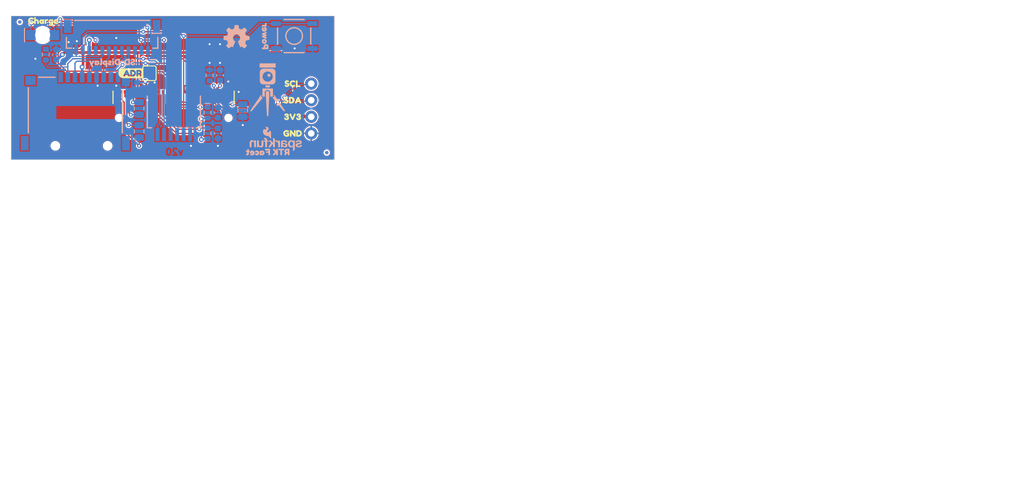
<source format=kicad_pcb>
(kicad_pcb (version 20240108) (generator "pcbnew") (generator_version "8.0")
  (layers (0 "F.Cu" signal) (31 "B.Cu" signal) (34 "B.Paste" user) (35 "F.Paste" user) (36 "B.SilkS" user "B.Silkscreen") (37 "F.SilkS" user "F.Silkscreen") (38 "B.Mask" user) (39 "F.Mask" user) (44 "Edge.Cuts" user))
  (net 0 "")
  (net 1 "GND")
  (net 3 "3.3V")
  (net 5 "VUSB")
  (net 6 "RESET")
  (net 7 "CHARGE_LED")
  (net 8 "POWER_BTN")
  (net 9 "SD_SCK")
  (net 10 "SD_COPI")
  (net 11 "SD_~{CS}")
  (net 12 "SD_CIPO")
  (net 13 "D{slash}C")
  (net 14 "Net-(D1-A)")
  (net 17 "Net-(U1-VCC)")
  (net 18 "Net-(U1-C1P)")
  (net 19 "Net-(U1-C1N)")
  (net 20 "Net-(U1-C2P)")
  (net 21 "Net-(U1-C2N)")
  (net 22 "Net-(U1-VCOMH)")
  (net 23 "Net-(U1-IREF)")
  (net 24 "SDA")
  (net 25 "SCL")
  (net 26 "SD_~{DET}")
  (footprint "kibuzzard-66E8FA52" (layer "F.Cu") (at 128.5126 94.9527)
    (property "Reference" "kibuzzard-66E8FA52" (hide yes))
    (property "Value" "G***" (hide yes))
  )
  (footprint "kibuzzard-66E8FB47" (layer "F.Cu") (at 141.9225 102.87)
    (property "Reference" "kibuzzard-66E8FB47" (hide yes))
    (property "Value" "G***" (hide yes))
  )
  (footprint "kibuzzard-66E8FA75" (layer "F.Cu") (at 166.6875 106.9975)
    (property "Reference" "kibuzzard-66E8FA75" (hide yes))
    (property "Value" "G***" (hide yes))
  )
  (footprint "SparkFun-Aesthetic:Creative_Commons_License" (layer "F.Cu") (at 231.775 163.195)
    (property "Reference" "G2" (hide yes))
    (property "Value" "OSHW_Logo" (hide yes))
  )
  (footprint "kibuzzard-66E8FA7A" (layer "F.Cu") (at 166.6875 104.4575)
    (property "Reference" "kibuzzard-66E8FA7A" (hide yes))
    (property "Value" "G***" (hide yes))
  )
  (footprint "SparkFun-Jumper:Jumper_2_NO" (layer "F.Cu") (at 144.78 102.87 90)
    (property "Reference" "JP3")
    (property "Value" "~")
    (pad "1" smd rect (at -0.4064 0 90) (size 0.635 1.27) (layers "F.Cu" "F.Mask") (net 1 "GND"))
    (pad "2" smd rect (at 0.4064 0 90) (size 0.635 1.27) (layers "F.Cu" "F.Mask") (net 13 "D{slash}C"))
  )
  (footprint "SparkFun-Display:OLED_0.66-SMD" (layer "F.Cu") (at 148.5011 106.3036)
    (property "Reference" "U1")
    (property "Value" "OLED_0.66\"")
    (pad "" np_thru_hole circle (at -8.375 3.4) (size 0.8 0.8) (drill 0.8) (layers "*.Cu" "*.Mask"))
    (pad "" np_thru_hole circle (at 8.375 3.4) (size 0.8 0.8) (drill 0.8) (layers "*.Cu" "*.Mask"))
    (pad "1" smd rect (at -8.775 -0.6) (size 0.35 0.5) (layers "F.Cu" "F.Paste" "F.Mask") (net 1 "GND"))
    (pad "2" smd rect (at -8.125 -0.6) (size 0.35 0.5) (layers "F.Cu" "F.Paste" "F.Mask") (net 20 "Net-(U1-C2P)"))
    (pad "3" smd rect (at -7.475 -0.6) (size 0.35 0.5) (layers "F.Cu" "F.Paste" "F.Mask") (net 21 "Net-(U1-C2N)"))
    (pad "4" smd rect (at -6.825 -0.6) (size 0.35 0.5) (layers "F.Cu" "F.Paste" "F.Mask") (net 18 "Net-(U1-C1P)"))
    (pad "5" smd rect (at -6.175 -0.6) (size 0.35 0.5) (layers "F.Cu" "F.Paste" "F.Mask") (net 19 "Net-(U1-C1N)"))
    (pad "6" smd rect (at -5.525 -0.6) (size 0.35 0.5) (layers "F.Cu" "F.Paste" "F.Mask") (net 3 "3.3V"))
    (pad "7" smd rect (at -4.875 -0.6) (size 0.35 0.5) (layers "F.Cu" "F.Paste" "F.Mask") (net 1 "GND"))
    (pad "8" smd rect (at -4.225 -0.6) (size 0.35 0.5) (layers "F.Cu" "F.Paste" "F.Mask") (net 3 "3.3V"))
    (pad "9" smd rect (at -3.575 -0.6) (size 0.35 0.5) (layers "F.Cu" "F.Paste" "F.Mask") (net 3 "3.3V"))
    (pad "10" smd rect (at -2.925 -0.6) (size 0.35 0.5) (layers "F.Cu" "F.Paste" "F.Mask") (net 1 "GND"))
    (pad "11" smd rect (at -2.275 -0.6) (size 0.35 0.5) (layers "F.Cu" "F.Paste" "F.Mask") (net 1 "GND"))
    (pad "12" smd rect (at -1.625 -0.6) (size 0.35 0.5) (layers "F.Cu" "F.Paste" "F.Mask") (net 6 "RESET"))
    (pad "13" smd rect (at -0.975 -0.6) (size 0.35 0.5) (layers "F.Cu" "F.Paste" "F.Mask") (net 13 "D{slash}C"))
    (pad "14" smd rect (at -0.325 -0.6) (size 0.35 0.5) (layers "F.Cu" "F.Paste" "F.Mask") (net 1 "GND"))
    (pad "15" smd rect (at 0.325 -0.6) (size 0.35 0.5) (layers "F.Cu" "F.Paste" "F.Mask") (net 1 "GND"))
    (pad "16" smd rect (at 0.975 -0.6) (size 0.35 0.5) (layers "F.Cu" "F.Paste" "F.Mask") (net 25 "SCL"))
    (pad "17" smd rect (at 1.625 -0.6) (size 0.35 0.5) (layers "F.Cu" "F.Paste" "F.Mask") (net 24 "SDA"))
    (pad "18" smd rect (at 2.275 -0.6) (size 0.35 0.5) (layers "F.Cu" "F.Paste" "F.Mask") (net 24 "SDA"))
    (pad "19" smd rect (at 2.925 -0.6) (size 0.35 0.5) (layers "F.Cu" "F.Paste" "F.Mask") (net 1 "GND"))
    (pad "20" smd rect (at 3.575 -0.6) (size 0.35 0.5) (layers "F.Cu" "F.Paste" "F.Mask") (net 1 "GND"))
    (pad "21" smd rect (at 4.225 -0.6) (size 0.35 0.5) (layers "F.Cu" "F.Paste" "F.Mask") (net 1 "GND"))
    (pad "22" smd rect (at 4.875 -0.6) (size 0.35 0.5) (layers "F.Cu" "F.Paste" "F.Mask") (net 1 "GND"))
    (pad "23" smd rect (at 5.525 -0.6) (size 0.35 0.5) (layers "F.Cu" "F.Paste" "F.Mask") (net 1 "GND"))
    (pad "24" smd rect (at 6.175 -0.6) (size 0.35 0.5) (layers "F.Cu" "F.Paste" "F.Mask") (net 23 "Net-(U1-IREF)"))
    (pad "25" smd rect (at 6.825 -0.6) (size 0.35 0.5) (layers "F.Cu" "F.Paste" "F.Mask") (net 22 "Net-(U1-VCOMH)"))
    (pad "26" smd rect (at 7.475 -0.6) (size 0.35 0.5) (layers "F.Cu" "F.Paste" "F.Mask") (net 17 "Net-(U1-VCC)"))
    (pad "27" smd rect (at 8.125 -0.6) (size 0.35 0.5) (layers "F.Cu" "F.Paste" "F.Mask") (net 1 "GND"))
    (pad "28" smd rect (at 8.775 -0.6) (size 0.35 0.5) (layers "F.Cu" "F.Paste" "F.Mask") (net 1 "GND"))
  )
  (footprint "kibuzzard-66E8FA6A" (layer "F.Cu") (at 166.6875 112.0775)
    (property "Reference" "kibuzzard-66E8FA6A" (hide yes))
    (property "Value" "G***" (hide yes))
  )
  (footprint "kibuzzard-66E8FA6F" (layer "F.Cu") (at 166.6875 109.5375)
    (property "Reference" "kibuzzard-66E8FA6F" (hide yes))
    (property "Value" "G***" (hide yes))
  )
  (footprint "SparkFun-Aesthetic:Fiducial_0.5mm_Mask1mm" (layer "F.Cu") (at 171.9262 115.0238)
    (property "Reference" "FID1")
    (property "Value" "Fiducial_0.5mm")
    (pad "" smd circle (at 0 0) (size 0.5 0.5) (layers "F.Cu" "F.Mask") (clearance 0.25))
  )
  (footprint "SparkFun-Aesthetic:Fiducial_0.5mm_Mask1mm" (layer "F.Cu") (at 124.9262 95.0238)
    (property "Reference" "FID2")
    (property "Value" "Fiducial_0.5mm")
    (pad "" smd circle (at 0 0) (size 0.5 0.5) (layers "F.Cu" "F.Mask") (clearance 0.25))
  )
  (footprint "SparkFun-Aesthetic:Fiducial_0.5mm_Mask1mm" (layer "B.Cu") (at 124.9262 95.0238 180)
    (property "Reference" "FID3")
    (property "Value" "Fiducial_0.5mm")
    (pad "" smd circle (at 0 0 180) (size 0.5 0.5) (layers "B.Cu" "B.Mask") (clearance 0.25))
  )
  (footprint "kibuzzard-66E8FA21" (layer "B.Cu") (at 162.4851 97.1752 90)
    (property "Reference" "kibuzzard-66E8FA21" (hide yes))
    (property "Value" "G***" (hide yes))
  )
  (footprint "SparkFun-Resistor:R_0603_1608Metric" (layer "B.Cu") (at 153.9875 103.1875 90)
    (property "Reference" "R1")
    (property "Value" "390k")
    (pad "1" smd roundrect (at -0.825 0 90) (size 0.8 0.95) (layers "B.Cu" "B.Paste" "B.Mask") (net 23 "Net-(U1-IREF)"))
    (pad "2" smd roundrect (at 0.825 0 90) (size 0.8 0.95) (layers "B.Cu" "B.Paste" "B.Mask") (net 1 "GND"))
  )
  (footprint "SparkFun-Connector:1x04" (layer "B.Cu") (at 169.545 112.0775 90)
    (property "Reference" "J3")
    (property "Value" "I2C")
    (pad "1" thru_hole circle (at 0 0) (size 1.8796 1.8796) (drill 1.016) (layers "*.Cu" "*.Mask") (net 1 "GND"))
    (pad "2" thru_hole circle (at 2.54 0) (size 1.8796 1.8796) (drill 1.016) (layers "*.Cu" "*.Mask") (net 3 "3.3V"))
    (pad "3" thru_hole circle (at 5.08 0) (size 1.8796 1.8796) (drill 1.016) (layers "*.Cu" "*.Mask") (net 24 "SDA"))
    (pad "4" thru_hole circle (at 7.62 0) (size 1.8796 1.8796) (drill 1.016) (layers "*.Cu" "*.Mask") (net 25 "SCL"))
  )
  (footprint "SparkFun-Connector:FPC_1.0mm-6_LIF" (layer "B.Cu") (at 148.5151 109.2402)
    (property "Reference" "J4")
    (property "Value" "Conn_01x06_FPC_1.0mm")
    (pad "1" smd rect (at -2.5 3 270) (size 2 0.6) (layers "B.Cu" "B.Paste" "B.Mask") (net 5 "VUSB"))
    (pad "2" smd rect (at -1.5 3 270) (size 2 0.6) (layers "B.Cu" "B.Paste" "B.Mask") (net 7 "CHARGE_LED"))
    (pad "3" smd rect (at -0.5 3 270) (size 2 0.6) (layers "B.Cu" "B.Paste" "B.Mask"))
    (pad "4" smd rect (at 0.5 3 270) (size 2 0.6) (layers "B.Cu" "B.Paste" "B.Mask"))
    (pad "5" smd rect (at 1.5 3 270) (size 2 0.6) (layers "B.Cu" "B.Paste" "B.Mask") (net 8 "POWER_BTN"))
    (pad "6" smd rect (at 2.5 3 270) (size 2 0.6) (layers "B.Cu" "B.Paste" "B.Mask") (net 1 "GND"))
  )
  (footprint "SparkFun-Capacitor:C_0603_1608Metric" (layer "B.Cu") (at 155.2575 112.0775 -90)
    (property "Reference" "C7")
    (property "Value" "1.0uF")
    (pad "1" smd roundrect (at -0.775 0 270) (size 0.9 0.95) (layers "B.Cu" "B.Paste" "B.Mask") (net 6 "RESET"))
    (pad "2" smd roundrect (at 0.775 0 270) (size 0.9 0.95) (layers "B.Cu" "B.Paste" "B.Mask") (net 1 "GND"))
  )
  (footprint "SparkFun-Aesthetic:Fiducial_0.5mm_Mask1mm" (layer "B.Cu") (at 171.9262 115.0238 180)
    (property "Reference" "FID4")
    (property "Value" "Fiducial_0.5mm")
    (pad "" smd circle (at 0 0 180) (size 0.5 0.5) (layers "B.Cu" "B.Mask") (clearance 0.25))
  )
  (footprint "SparkFun-Aesthetic:SparkFun_RTK_20mm" (layer "B.Cu") (at 162.83816 106.388823 180)
    (property "Reference" "Ref**" (hide yes))
    (property "Value" "Val**" (hide yes))
  )
  (footprint "SparkFun-Capacitor:C_0603_1608Metric" (layer "B.Cu") (at 130.4925 100.0125 90)
    (property "Reference" "C16")
    (property "Value" "0.1uF")
    (pad "1" smd roundrect (at -0.775 0 90) (size 0.9 0.95) (layers "B.Cu" "B.Paste" "B.Mask") (net 3 "3.3V"))
    (pad "2" smd roundrect (at 0.775 0 90) (size 0.9 0.95) (layers "B.Cu" "B.Paste" "B.Mask") (net 1 "GND"))
  )
  (footprint "SparkFun-Resistor:R_0402_1005Metric" (layer "B.Cu") (at 130.05 95.25 180)
    (property "Reference" "R5")
    (property "Value" "1k")
    (pad "1" smd roundrect (at -0.51 0 180) (size 0.54 0.64) (layers "B.Cu" "B.Paste" "B.Mask") (net 5 "VUSB"))
    (pad "2" smd roundrect (at 0.51 0 180) (size 0.54 0.64) (layers "B.Cu" "B.Paste" "B.Mask") (net 14 "Net-(D1-A)"))
  )
  (footprint "SparkFun-Connector:microSD_External_Pin" (layer "B.Cu") (at 133.4262 113.9825 180)
    (property "Reference" "J2")
    (property "Value" "microSD")
    (pad "" np_thru_hole circle (at -4.95 0 180) (size 1 1) (drill 1) (layers "*.Cu" "*.Mask"))
    (pad "" np_thru_hole circle (at 3.05 0 180) (size 1 1) (drill 1) (layers "*.Cu" "*.Mask"))
    (pad "1" smd rect (at 2.25 10.5 90) (size 1.6 0.7) (layers "B.Cu" "B.Paste" "B.Mask"))
    (pad "2" smd rect (at 1.15 10.5 90) (size 1.6 0.7) (layers "B.Cu" "B.Paste" "B.Mask") (net 11 "SD_~{CS}"))
    (pad "3" smd rect (at 0.05 10.5 90) (size 1.6 0.7) (layers "B.Cu" "B.Paste" "B.Mask") (net 10 "SD_COPI"))
    (pad "4" smd rect (at -1.05 10.5 90) (size 1.6 0.7) (layers "B.Cu" "B.Paste" "B.Mask") (net 3 "3.3V"))
    (pad "5" smd rect (at -2.15 10.5 90) (size 1.6 0.7) (layers "B.Cu" "B.Paste" "B.Mask") (net 9 "SD_SCK"))
    (pad "6" smd rect (at -3.25 10.5 90) (size 1.6 0.7) (layers "B.Cu" "B.Paste" "B.Mask") (net 1 "GND"))
    (pad "7" smd rect (at -4.35 10.5 90) (size 1.6 0.7) (layers "B.Cu" "B.Paste" "B.Mask") (net 12 "SD_CIPO"))
    (pad "8" smd rect (at -5.45 10.5 90) (size 1.6 0.7) (layers "B.Cu" "B.Paste" "B.Mask"))
    (pad "9" smd rect (at -6.55 10.5 90) (size 1.6 0.7) (layers "B.Cu" "B.Paste" "B.Mask") (net 26 "SD_~{DET}"))
    (pad "10" smd rect (at -7.75 9.9 180) (size 1.2 1.6) (layers "B.Cu" "B.Paste" "B.Mask") (net 1 "GND"))
    (pad "11" smd rect (at -7.75 0.4 180) (size 1.2 2.2) (layers "B.Cu" "B.Paste" "B.Mask"))
    (pad "12" smd rect (at 7.75 0.4 180) (size 1.2 2.2) (layers "B.Cu" "B.Paste" "B.Mask"))
    (pad "13" smd rect (at 6.85 10 180) (size 1.6 1.4) (layers "B.Cu" "B.Paste" "B.Mask"))
    (zone (net 0) (net_name "") (layer "B.Cu") (connect_pads (clearance 0)) (min_thickness 0.25)
      (keepout (tracks not_allowed) (vias not_allowed) (pads not_allowed) (copperpour not_allowed) (footprints allowed))
      (fill (thermal_gap 0.5) (thermal_bridge_width 0.5))
      (polygon (pts (xy 139.5262 109.8825) (xy 130.5262 109.8825) (xy 130.5262 107.8825) (xy 139.5262 107.8825)))
    )
    (zone (net 0) (net_name "") (layer "B.Cu") (connect_pads (clearance 0)) (min_thickness 0.25)
      (keepout (tracks not_allowed) (vias not_allowed) (pads not_allowed) (copperpour not_allowed) (footprints allowed))
      (fill (thermal_gap 0.5) (thermal_bridge_width 0.5))
      (polygon (pts (xy 141.1262 109.2825) (xy 140.4262 109.2825) (xy 140.4262 105.2825) (xy 141.1262 105.2825)))
    )
  )
  (footprint "SparkFun-Switch:Push_SMD_5.2x5.2mm_h2.5mm" (layer "B.Cu") (at 166.9301 97.1752)
    (property "Reference" "SW1")
    (property "Value" "SMD_5.2x5.2mm_h2.5mm")
    (pad "1" smd rect (at -2.794 1.905 270) (size 0.762 1.524) (layers "B.Cu" "B.Paste" "B.Mask") (net 1 "GND"))
    (pad "1" smd rect (at 2.794 1.905 270) (size 0.762 1.524) (layers "B.Cu" "B.Paste" "B.Mask") (net 1 "GND"))
    (pad "2" smd rect (at -2.794 -1.905 270) (size 0.762 1.524) (layers "B.Cu" "B.Paste" "B.Mask") (net 8 "POWER_BTN"))
    (pad "2" smd rect (at 2.794 -1.905 270) (size 0.762 1.524) (layers "B.Cu" "B.Paste" "B.Mask") (net 8 "POWER_BTN"))
  )
  (footprint "SparkFun-Capacitor:C_0805_2012Metric" (layer "B.Cu") (at 159.0675 108.585 -90)
    (property "Reference" "C1")
    (property "Value" "2.2uF")
    (pad "1" smd roundrect (at -0.95 0 270) (size 1 1.45) (layers "B.Cu" "B.Paste" "B.Mask") (net 17 "Net-(U1-VCC)"))
    (pad "2" smd roundrect (at 0.95 0 270) (size 1 1.45) (layers "B.Cu" "B.Paste" "B.Mask") (net 1 "GND"))
  )
  (footprint "kibuzzard-66E8FA3C" (layer "B.Cu") (at 139.065 101.2825 180)
    (property "Reference" "kibuzzard-66E8FA3C" (hide yes))
    (property "Value" "G***" (hide yes))
  )
  (footprint "SparkFun-Resistor:R_0603_1608Metric" (layer "B.Cu") (at 153.67 112.0775 -90)
    (property "Reference" "R2")
    (property "Value" "10k")
    (pad "1" smd roundrect (at -0.825 0 270) (size 0.8 0.95) (layers "B.Cu" "B.Paste" "B.Mask") (net 6 "RESET"))
    (pad "2" smd roundrect (at 0.825 0 270) (size 0.8 0.95) (layers "B.Cu" "B.Paste" "B.Mask") (net 3 "3.3V"))
  )
  (footprint "SparkFun-Capacitor:C_0603_1608Metric" (layer "B.Cu") (at 155.2575 108.9025 90)
    (property "Reference" "C4")
    (property "Value" "1.0uF")
    (pad "1" smd roundrect (at -0.775 0 90) (size 0.9 0.95) (layers "B.Cu" "B.Paste" "B.Mask") (net 3 "3.3V"))
    (pad "2" smd roundrect (at 0.775 0 90) (size 0.9 0.95) (layers "B.Cu" "B.Paste" "B.Mask") (net 1 "GND"))
  )
  (footprint "SparkFun-Capacitor:C_0603_1608Metric" (layer "B.Cu") (at 142.875 103.505 90)
    (property "Reference" "C6")
    (property "Value" "1.0uF")
    (pad "1" smd roundrect (at -0.775 0 90) (size 0.9 0.95) (layers "B.Cu" "B.Paste" "B.Mask") (net 3 "3.3V"))
    (pad "2" smd roundrect (at 0.775 0 90) (size 0.9 0.95) (layers "B.Cu" "B.Paste" "B.Mask") (net 1 "GND"))
  )
  (footprint "SparkFun-Capacitor:C_0805_2012Metric" (layer "B.Cu") (at 143.1925 108.2675 90)
    (property "Reference" "C2")
    (property "Value" "1.0uF")
    (pad "1" smd roundrect (at -0.95 0 90) (size 1 1.45) (layers "B.Cu" "B.Paste" "B.Mask") (net 18 "Net-(U1-C1P)"))
    (pad "2" smd roundrect (at 0.95 0 90) (size 1 1.45) (layers "B.Cu" "B.Paste" "B.Mask") (net 19 "Net-(U1-C1N)"))
  )
  (footprint "SparkFun-Aesthetic:SparkFun_Logo_8mm" (layer "B.Cu") (at 164.1475 113.665 180)
    (property "Reference" "G***" (hide yes))
    (property "Value" "LOGO" (hide yes))
  )
  (footprint "SparkFun-LED:LED_1206_Bottom_Green" (layer "B.Cu") (at 128.4262 97.0238 180)
    (property "Reference" "D1")
    (property "Value" "Green")
    (pad "" np_thru_hole circle (at 0 0 180) (size 2.3 2.3) (drill 2.3) (layers "*.Cu" "*.Mask"))
    (pad "1" smd rect (at 1.8 0 180) (size 1.5 1.6) (layers "B.Cu" "B.Paste" "B.Mask") (net 7 "CHARGE_LED"))
    (pad "2" smd rect (at -1.8 0 180) (size 1.5 1.6) (layers "B.Cu" "B.Paste" "B.Mask") (net 14 "Net-(D1-A)"))
  )
  (footprint "SparkFun-Capacitor:C_0603_1608Metric" (layer "B.Cu") (at 155.575 103.1875 90)
    (property "Reference" "C5")
    (property "Value" "4.7uF")
    (pad "1" smd roundrect (at -0.775 0 90) (size 0.9 0.95) (layers "B.Cu" "B.Paste" "B.Mask") (net 22 "Net-(U1-VCOMH)"))
    (pad "2" smd roundrect (at 0.775 0 90) (size 0.9 0.95) (layers "B.Cu" "B.Paste" "B.Mask") (net 1 "GND"))
  )
  (footprint "SparkFun-Resistor:R_0603_1608Metric" (layer "B.Cu") (at 128.905 100.0125 -90)
    (property "Reference" "R4")
    (property "Value" "100k")
    (pad "1" smd roundrect (at -0.825 0 270) (size 0.8 0.95) (layers "B.Cu" "B.Paste" "B.Mask") (net 3 "3.3V"))
    (pad "2" smd roundrect (at 0.825 0 270) (size 0.8 0.95) (layers "B.Cu" "B.Paste" "B.Mask") (net 11 "SD_~{CS}"))
  )
  (footprint "SparkFun-Aesthetic:OSHW_Logo_4mm" (layer "B.Cu") (at 158.115 97.4725 180)
    (property "Reference" "Ref**" (hide yes))
    (property "Value" "Val**" (hide yes))
  )
  (footprint "kibuzzard-66E8FB1B" (layer "B.Cu") (at 162.8775 114.935 180)
    (property "Reference" "kibuzzard-66E8FB1B" (hide yes))
    (property "Value" "G***" (hide yes))
  )
  (footprint "SparkFun-Resistor:R_0603_1608Metric" (layer "B.Cu") (at 153.67 108.9025 90)
    (property "Reference" "R3")
    (property "Value" "10k")
    (pad "1" smd roundrect (at -0.825 0 90) (size 0.8 0.95) (layers "B.Cu" "B.Paste" "B.Mask") (net 3 "3.3V"))
    (pad "2" smd roundrect (at 0.825 0 90) (size 0.8 0.95) (layers "B.Cu" "B.Paste" "B.Mask") (net 13 "D{slash}C"))
  )
  (footprint "SparkFun-Connector:JST_SMD_1.0mm-12_RA" (layer "B.Cu") (at 139.065 99.3775)
    (property "Reference" "J5")
    (property "Value" "Conn_01x12")
    (pad "1" smd rect (at -5.5 0) (size 0.6 1.35) (layers "B.Cu" "B.Paste" "B.Mask") (net 1 "GND"))
    (pad "2" smd rect (at -4.5 0) (size 0.6 1.35) (layers "B.Cu" "B.Paste" "B.Mask") (net 8 "POWER_BTN"))
    (pad "3" smd rect (at -3.5 0) (size 0.6 1.35) (layers "B.Cu" "B.Paste" "B.Mask") (net 3 "3.3V"))
    (pad "4" smd rect (at -2.5 0) (size 0.6 1.35) (layers "B.Cu" "B.Paste" "B.Mask") (net 26 "SD_~{DET}"))
    (pad "5" smd rect (at -1.5 0) (size 0.6 1.35) (layers "B.Cu" "B.Paste" "B.Mask") (net 11 "SD_~{CS}"))
    (pad "6" smd rect (at -0.5 0) (size 0.6 1.35) (layers "B.Cu" "B.Paste" "B.Mask") (net 10 "SD_COPI"))
    (pad "7" smd rect (at 0.5 0) (size 0.6 1.35) (layers "B.Cu" "B.Paste" "B.Mask") (net 9 "SD_SCK"))
    (pad "8" smd rect (at 1.5 0) (size 0.6 1.35) (layers "B.Cu" "B.Paste" "B.Mask") (net 12 "SD_CIPO"))
    (pad "9" smd rect (at 2.5 0) (size 0.6 1.35) (layers "B.Cu" "B.Paste" "B.Mask") (net 25 "SCL"))
    (pad "10" smd rect (at 3.5 0) (size 0.6 1.35) (layers "B.Cu" "B.Paste" "B.Mask") (net 24 "SDA"))
    (pad "11" smd rect (at 4.5 0) (size 0.6 1.35) (layers "B.Cu" "B.Paste" "B.Mask") (net 7 "CHARGE_LED"))
    (pad "12" smd rect (at 5.5 0) (size 0.6 1.35) (layers "B.Cu" "B.Paste" "B.Mask") (net 5 "VUSB"))
    (pad "NC1" smd rect (at 6.8 -3.675) (size 1.2 2) (layers "B.Cu" "B.Paste" "B.Mask"))
    (pad "NC2" smd rect (at -6.8 -3.675) (size 1.2 2) (layers "B.Cu" "B.Paste" "B.Mask"))
  )
  (footprint "SparkFun-Capacitor:C_0805_2012Metric" (layer "B.Cu") (at 143.1925 111.76 90)
    (property "Reference" "C3")
    (property "Value" "1.0uF")
    (pad "1" smd roundrect (at -0.95 0 90) (size 1 1.45) (layers "B.Cu" "B.Paste" "B.Mask") (net 20 "Net-(U1-C2P)"))
    (pad "2" smd roundrect (at 0.95 0 90) (size 1 1.45) (layers "B.Cu" "B.Paste" "B.Mask") (net 21 "Net-(U1-C2N)"))
  )
  (gr_rect (start 123.6 94.1) (end 173.1 116.1) (stroke (width 0.05)) (fill none) (layer "Edge.Cuts"))
  (gr_text "v20" (at 148.59 114.935 0) (layer "B.Cu" knockout) (effects (font (size 1.016 1.016) (thickness 0.254) (bold yes)) (justify mirror)))
  (via (at 136.8425 104.775) (size 0.6) (drill 0.3) (layers "F.Cu" "B.Cu") (net 1))
  (via (at 155.575 98.425) (size 0.6) (drill 0.3) (layers "F.Cu" "B.Cu") (net 1))
  (via (at 153.9875 101.2825) (size 0.6) (drill 0.3) (layers "F.Cu" "B.Cu") (net 1))
  (via (at 139.7 97.4725) (size 0.6) (drill 0.3) (layers "F.Cu" "B.Cu") (net 1))
  (via (at 139.7 104.775) (size 0.6) (drill 0.3) (layers "F.Cu" "B.Cu") (net 1))
  (via (at 158.4325 105.7275) (size 0.6) (drill 0.3) (layers "F.Cu" "B.Cu") (net 1))
  (via (at 167.005 99.06) (size 0.6) (drill 0.3) (layers "F.Cu" "B.Cu") (net 1))
  (via (at 153.9875 98.425) (size 0.6) (drill 0.3) (layers "F.Cu" "B.Cu") (net 1))
  (via (at 155.575 101.2825) (size 0.6) (drill 0.3) (layers "F.Cu" "B.Cu") (net 1))
  (via (at 155.2575 113.9825) (size 0.6) (drill 0.3) (layers "F.Cu" "B.Cu") (net 1))
  (via (at 159.0675 110.8075) (size 0.6) (drill 0.3) (layers "F.Cu" "B.Cu") (net 1))
  (via (at 145.565805 104.295921) (size 0.6) (drill 0.3) (layers "F.Cu" "B.Cu") (net 1))
  (via (at 151.13 113.9825) (size 0.6) (drill 0.3) (layers "F.Cu" "B.Cu") (net 1))
  (via (at 127.3175 100.6475) (size 0.6) (drill 0.3) (layers "F.Cu" "B.Cu") (net 1))
  (via (at 133.659386 97.958035) (size 0.6) (drill 0.3) (layers "F.Cu" "B.Cu") (net 1))
  (via (at 132.3975 98.1075) (size 0.6) (drill 0.3) (layers "F.Cu" "B.Cu") (net 1))
  (via (at 156.845 104.14) (size 0.6) (drill 0.3) (layers "F.Cu" "B.Cu") (net 1))
  (via (at 144.4625 106.9975) (size 0.6) (drill 0.3) (layers "F.Cu" "B.Cu") (net 1))
  (via (at 141.605 102.235) (size 0.6) (drill 0.3) (layers "F.Cu" "B.Cu") (net 1))
  (segment (start 136.6762 103.4825) (end 136.6762 104.6087) (width 0.4064) (layer "B.Cu") (net 1))
  (segment (start 133.565 98.052421) (end 133.659386 97.958035) (width 0.4064) (layer "B.Cu") (net 1))
  (segment (start 133.565 99.3775) (end 133.565 98.052421) (width 0.4064) (layer "B.Cu") (net 1))
  (segment (start 155.2575 112.8525) (end 155.2575 113.9825) (width 0.2) (layer "B.Cu") (net 1))
  (segment (start 136.6762 104.6087) (end 136.8425 104.775) (width 0.4064) (layer "B.Cu") (net 1))
  (segment (start 130.175 99.1875) (end 130.175 99.2) (width 0.1778) (layer "B.Cu") (net 1))
  (segment (start 145.0975 108.2675) (end 145.0975 106.43625) (width 0.1778) (layer "F.Cu") (net 3))
  (segment (start 168.5925 109.5375) (end 169.545 109.5375) (width 0.4064) (layer "F.Cu") (net 3))
  (segment (start 134.62 99.695) (end 135.5725 99.695) (width 0.4064) (layer "F.Cu") (net 3))
  (segment (start 144.78 104.14) (end 144.145 104.14) (width 0.254) (layer "F.Cu") (net 3))
  (segment (start 165.735 99.695) (end 167.005 100.965) (width 0.4064) (layer "F.Cu") (net 3))
  (segment (start 152.7175 109.855) (end 152.9667 110.1042) (width 0.1778) (layer "F.Cu") (net 3))
  (segment (start 142.875 99.695) (end 165.735 99.695) (width 0.4064) (layer "F.Cu") (net 3))
  (segment (start 144.2761 104.2711) (end 144.145 104.14) (width 0.254) (layer "F.Cu") (net 3))
  (segment (start 134.4762 101.9175) (end 134.62 101.7737) (width 0.4064) (layer "F.Cu") (net 3))
  (segment (start 135.5725 99.695) (end 136.8425 99.695) (width 0.4064) (layer "F.Cu") (net 3))
  (segment (start 134.62 101.7737) (end 134.62 99.695) (width 0.4064) (layer "F.Cu") (net 3))
  (segment (start 144.9261 104.2861) (end 144.78 104.14) (width 0.254) (layer "F.Cu") (net 3))
  (segment (start 142.9761 99.7961) (end 142.875 99.695) (width 0.254) (layer "F.Cu") (net 3))
  (segment (start 144.9261 106.26485) (end 144.9261 105.7036) (width 0.1778) (layer "F.Cu") (net 3))
  (segment (start 152.7175 112.0775) (end 148.9075 112.0775) (width 0.1778) (layer "F.Cu") (net 3))
  (segment (start 152.9667 110.1042) (end 152.9667 111.8283) (width 0.1778) (layer "F.Cu") (net 3))
  (segment (start 135.5725 97.805) (end 135.5725 99.695) (width 0.4064) (layer "F.Cu") (net 3))
  (segment (start 142.9761 104.14) (end 142.9761 99.7961) (width 0.254) (layer "F.Cu") (net 3))
  (segment (start 167.005 107.95) (end 168.5925 109.5375) (width 0.4064) (layer "F.Cu") (net 3))
  (segment (start 131.7625 99.695) (end 131.445 100.0125) (width 0.4064) (layer "F.Cu") (net 3))
  (segment (start 144.145 104.14) (end 142.9761 104.14) (width 0.254) (layer "F.Cu") (net 3))
  (segment (start 167.005 100.965) (end 167.005 107.95) (width 0.4064) (layer "F.Cu") (net 3))
  (segment (start 144.2761 105.7036) (end 144.2761 104.2711) (width 0.254) (layer "F.Cu") (net 3))
  (segment (start 142.9761 105.7036) (end 142.9761 104.14) (width 0.254) (layer "F.Cu") (net 3))
  (segment (start 135.565 97.7975) (end 135.5725 97.805) (width 0.4064) (layer "F.Cu") (net 3))
  (segment (start 152.9667 111.8283) (end 152.7175 112.0775) (width 0.1778) (layer "F.Cu") (net 3))
  (segment (start 137.795 99.695) (end 142.875 99.695) (width 0.4064) (layer "F.Cu") (net 3))
  (segment (start 145.0975 106.43625) (end 144.9261 106.26485) (width 0.1778) (layer "F.Cu") (net 3))
  (segment (start 144.9261 105.7036) (end 144.9261 104.2861) (width 0.254) (layer "F.Cu") (net 3))
  (segment (start 148.9075 112.0775) (end 145.0975 108.2675) (width 0.1778) (layer "F.Cu") (net 3))
  (segment (start 152.7175 113.03) (end 152.7175 112.0775) (width 0.1778) (layer "F.Cu") (net 3))
  (segment (start 134.62 99.695) (end 131.7625 99.695) (width 0.4064) (layer "F.Cu") (net 3))
  (segment (start 136.8425 99.695) (end 137.795 99.695) (width 0.4064) (layer "F.Cu") (net 3))
  (via (at 135.565 97.7975) (size 0.7366) (drill 0.381) (layers "F.Cu" "B.Cu") (net 3))
  (via (at 152.7175 113.03) (size 0.7366) (drill 0.381) (layers "F.Cu" "B.Cu") (net 3))
  (via (at 152.7175 109.855) (size 0.7366) (drill 0.381) (layers "F.Cu" "B.Cu") (net 3))
  (via (at 144.145 104.14) (size 0.7366) (drill 0.381) (layers "F.Cu" "B.Cu") (net 3))
  (via (at 134.4762 101.9175) (size 0.7366) (drill 0.381) (layers "F.Cu" "B.Cu") (net 3))
  (via (at 131.445 100.0125) (size 0.7366) (drill 0.381) (layers "F.Cu" "B.Cu") (net 3))
  (segment (start 134.4762 101.9175) (end 134.4762 103.165) (width 0.4064) (layer "B.Cu") (net 3))
  (segment (start 155.2575 109.6775) (end 153.72 109.6775) (width 0.1778) (layer "B.Cu") (net 3))
  (segment (start 144.145 104.14) (end 144.005 104.28) (width 0.254) (layer "B.Cu") (net 3))
  (segment (start 153.67 109.7275) (end 152.845 109.7275) (width 0.1778) (layer "B.Cu") (net 3))
  (segment (start 128.905 99.1875) (end 128.905 99.2) (width 0.1778) (layer "B.Cu") (net 3))
  (segment (start 130.175 100.8375) (end 130.175 100.965) (width 0.1778) (layer "B.Cu") (net 3))
  (segment (start 144.005 104.28) (end 142.875 104.28) (width 0.254) (layer "B.Cu") (net 3))
  (segment (start 130.67 100.7875) (end 131.445 100.0125) (width 0.4064) (layer "B.Cu") (net 3))
  (segment (start 152.845 109.7275) (end 152.7175 109.855) (width 0.1778) (layer "B.Cu") (net 3))
  (segment (start 153.67 112.9025) (end 152.845 112.9025) (width 0.1778) (layer "B.Cu") (net 3))
  (segment (start 135.565 99.3775) (end 135.565 97.7975) (width 0.4064) (layer "B.Cu") (net 3))
  (segment (start 128.905 99.2) (end 130.4925 100.7875) (width 0.1778) (layer "B.Cu") (net 3))
  (segment (start 152.845 112.9025) (end 152.7175 113.03) (width 0.1778) (layer "B.Cu") (net 3))
  (segment (start 135.5725 97.79) (end 135.565 97.7975) (width 0.4064) (layer "B.Cu") (net 3))
  (segment (start 153.72 109.6775) (end 153.67 109.7275) (width 0.1778) (layer "B.Cu") (net 3))
  (segment (start 130.4925 100.7875) (end 130.67 100.7875) (width 0.4064) (layer "B.Cu") (net 3))
  (segment (start 131.1275 94.615) (end 131.445 94.9325) (width 0.2) (layer "F.Cu") (net 5))
  (segment (start 131.445 94.9325) (end 143.51 94.9325) (width 0.2) (layer "F.Cu") (net 5))
  (segment (start 143.51 94.9325) (end 144.4625 95.885) (width 0.2) (layer "F.Cu") (net 5))
  (via (at 144.4625 95.885) (size 0.6) (drill 0.3) (layers "F.Cu" "B.Cu") (net 5))
  (via (at 131.1275 94.615) (size 0.6) (drill 0.3) (layers "F.Cu" "B.Cu") (net 5))
  (segment (start 146.0151 110.9063) (end 146.3675 110.5539) (width 0.2) (layer "B.Cu") (net 5))
  (segment (start 144.78 100.965) (end 144.565 100.75) (width 0.2) (layer "B.Cu") (net 5))
  (segment (start 146.3675 101.6698) (end 145.6627 100.965) (width 0.2) (layer "B.Cu") (net 5))
  (segment (start 130.56 95.1825) (end 131.1275 94.615) (width 0.2) (layer "B.Cu") (net 5))
  (segment (start 146.0151 112.2402) (end 146.0151 110.9063) (width 0.2) (layer "B.Cu") (net 5))
  (segment (start 145.6627 100.965) (end 144.78 100.965) (width 0.2) (layer "B.Cu") (net 5))
  (segment (start 130.56 95.25) (end 130.56 95.1825) (width 0.2) (layer "B.Cu") (net 5))
  (segment (start 144.565 95.9875) (end 144.4625 95.885) (width 0.2) (layer "B.Cu") (net 5))
  (segment (start 144.565 99.3775) (end 144.565 95.9875) (width 0.2) (layer "B.Cu") (net 5))
  (segment (start 146.3675 110.5539) (end 146.3675 101.6698) (width 0.2) (layer "B.Cu") (net 5))
  (segment (start 144.565 100.75) (end 144.565 99.3775) (width 0.2) (layer "B.Cu") (net 5))
  (segment (start 148.9075 111.4425) (end 146.8761 109.4111) (width 0.1778) (layer "F.Cu") (net 6))
  (segment (start 146.8761 109.4111) (end 146.8761 105.7036) (width 0.1778) (layer "F.Cu") (net 6))
  (segment (start 152.4 111.4425) (end 148.9075 111.4425) (width 0.1778) (layer "F.Cu") (net 6))
  (via (at 152.4 111.4425) (size 0.6) (drill 0.3) (layers "F.Cu" "B.Cu") (net 6))
  (segment (start 155.2575 111.3025) (end 153.72 111.3025) (width 0.1778) (layer "B.Cu") (net 6))
  (segment (start 153.67 111.2525) (end 152.59 111.2525) (width 0.1778) (layer "B.Cu") (net 6))
  (segment (start 152.59 111.2525) (end 152.4 111.4425) (width 0.1778) (layer "B.Cu") (net 6))
  (segment (start 153.72 111.3025) (end 153.67 111.2525) (width 0.1778) (layer "B.Cu") (net 6))
  (segment (start 143.1925 97.4725) (end 143.51 97.79) (width 0.2) (layer "F.Cu") (net 7))
  (segment (start 126.6825 95.25) (end 126.7428 95.3103) (width 0.2) (layer "F.Cu") (net 7))
  (segment (start 143.1925 95.5675) (end 143.1925 97.4725) (width 0.2) (layer "F.Cu") (net 7))
  (segment (start 126.7428 95.3103) (end 142.9353 95.3103) (width 0.2) (layer "F.Cu") (net 7))
  (segment (start 142.9353 95.3103) (end 143.1925 95.5675) (width 0.2) (layer "F.Cu") (net 7))
  (segment (start 143.51 97.79) (end 147.0025 97.79) (width 0.1778) (layer "F.Cu") (net 7))
  (via (at 126.6825 95.25) (size 0.6) (drill 0.3) (layers "F.Cu" "B.Cu") (net 7))
  (via (at 143.51 97.79) (size 0.6) (drill 0.3) (layers "F.Cu" "B.Cu") (net 7))
  (via (at 147.0025 97.79) (size 0.6) (drill 0.3) (layers "F.Cu" "B.Cu") (net 7))
  (segment (start 126.6825 95.885) (end 126.6825 95.25) (width 0.2) (layer "B.Cu") (net 7))
  (segment (start 143.565 97.845) (end 143.51 97.79) (width 0.2) (layer "B.Cu") (net 7))
  (segment (start 143.565 99.3775) (end 143.565 97.845) (width 0.2) (layer "B.Cu") (net 7))
  (segment (start 126.6262 95.9413) (end 126.6825 95.885) (width 0.2) (layer "B.Cu") (net 7))
  (segment (start 147.0151 97.8026) (end 147.0025 97.79) (width 0.2) (layer "B.Cu") (net 7))
  (segment (start 126.6262 97.0238) (end 126.6262 95.9413) (width 0.2) (layer "B.Cu") (net 7))
  (segment (start 147.0151 112.2402) (end 147.0151 97.8026) (width 0.2) (layer "B.Cu") (net 7))
  (segment (start 149.86 97.155) (end 150.005779 97.155) (width 0.2) (layer "F.Cu") (net 8))
  (segment (start 143.8275 96.52) (end 149.225 96.52) (width 0.2) (layer "F.Cu") (net 8))
  (segment (start 149.225 96.52) (end 149.86 97.155) (width 0.2) (layer "F.Cu") (net 8))
  (via (at 150.005779 97.155) (size 0.6) (drill 0.3) (layers "F.Cu" "B.Cu") (net 8))
  (via (at 143.8275 96.52) (size 0.6) (drill 0.3) (layers "F.Cu" "B.Cu") (net 8))
  (segment (start 150.005779 97.300779) (end 150.005779 97.155) (width 0.2) (layer "B.Cu") (net 8))
  (segment (start 161.6277 95.2702) (end 164.1361 95.2702) (width 0.2) (layer "B.Cu") (net 8))
  (segment (start 150.0151 97.3101) (end 150.005779 97.300779) (width 0.2) (layer "B.Cu") (net 8))
  (segment (start 159.7025 97.155) (end 161.6075 95.25) (width 0.2) (layer "B.Cu") (net 8))
  (segment (start 134.565 97.21) (end 134.565 99.3775) (width 0.2) (layer "B.Cu") (net 8))
  (segment (start 150.005779 97.155) (end 159.7025 97.155) (width 0.2) (layer "B.Cu") (net 8))
  (segment (start 143.8275 96.52) (end 135.255 96.52) (width 0.2) (layer "B.Cu") (net 8))
  (segment (start 135.255 96.52) (end 134.565 97.21) (width 0.2) (layer "B.Cu") (net 8))
  (segment (start 164.1361 95.2702) (end 169.7241 95.2702) (width 0.2) (layer "B.Cu") (net 8))
  (segment (start 150.0151 112.2402) (end 150.0151 97.3101) (width 0.2) (layer "B.Cu") (net 8))
  (segment (start 149.86 97.155) (end 150.005779 97.155) (width 0.2) (layer "B.Cu") (net 8))
  (segment (start 161.6075 95.25) (end 161.6277 95.2702) (width 0.2) (layer "B.Cu") (net 8))
  (segment (start 135.5762 103.165) (end 135.5762 101.7169) (width 0.2) (layer "B.Cu") (net 9))
  (segment (start 138.6269 101.4031) (end 139.565 100.465) (width 0.2) (layer "B.Cu") (net 9))
  (segment (start 135.89 101.4031) (end 138.6269 101.4031) (width 0.2) (layer "B.Cu") (net 9))
  (segment (start 135.5762 101.7169) (end 135.89 101.4031) (width 0.2) (layer "B.Cu") (net 9))
  (segment (start 139.565 100.465) (end 139.565 99.3775) (width 0.2) (layer "B.Cu") (net 9))
  (segment (start 138.565 100.5125) (end 138.565 99.3775) (width 0.2) (layer "B.Cu") (net 10))
  (segment (start 138.0522 101.0253) (end 138.565 100.5125) (width 0.2) (layer "B.Cu") (net 10))
  (segment (start 133.6675 101.0253) (end 138.0522 101.0253) (width 0.2) (layer "B.Cu") (net 10))
  (segment (start 133.3762 101.3166) (end 133.6675 101.0253) (width 0.2) (layer "B.Cu") (net 10))
  (segment (start 133.3762 103.165) (end 133.3762 101.3166) (width 0.2) (layer "B.Cu") (net 10))
  (segment (start 132.2762 101.9175) (end 132.2762 101.4038) (width 0.2) (layer "B.Cu") (net 11))
  (segment (start 137.16 100.6475) (end 137.565 100.2425) (width 0.2) (layer "B.Cu") (net 11))
  (segment (start 137.565 100.2425) (end 137.565 99.3775) (width 0.2) (layer "B.Cu") (net 11))
  (segment (start 128.905 101.6) (end 129.2225 101.9175) (width 0.1778) (layer "B.Cu") (net 11))
  (segment (start 132.2762 103.165) (end 132.2762 101.9175) (width 0.2) (layer "B.Cu") (net 11))
  (segment (start 133.0325 100.6475) (end 137.16 100.6475) (width 0.2) (layer "B.Cu") (net 11))
  (segment (start 132.2762 101.4038) (end 133.0325 100.6475) (width 0.2) (layer "B.Cu") (net 11))
  (segment (start 129.2225 101.9175) (end 132.2762 101.9175) (width 0.1778) (layer "B.Cu") (net 11))
  (segment (start 128.905 100.8375) (end 128.905 101.6) (width 0.1778) (layer "B.Cu") (net 11))
  (segment (start 137.7762 103.165) (end 137.7762 101.9363) (width 0.2) (layer "B.Cu") (net 12))
  (segment (start 140.565 100.4175) (end 140.565 99.3775) (width 0.2) (layer "B.Cu") (net 12))
  (segment (start 137.9316 101.7809) (end 139.2016 101.7809) (width 0.2) (layer "B.Cu") (net 12))
  (segment (start 139.2016 101.7809) (end 140.565 100.4175) (width 0.2) (layer "B.Cu") (net 12))
  (segment (start 137.7762 101.9363) (end 137.9316 101.7809) (width 0.2) (layer "B.Cu") (net 12))
  (segment (start 147.5261 103.3936) (end 146.7739 102.6414) (width 0.1778) (layer "F.Cu") (net 13))
  (segment (start 152.5275 108.0775) (end 148.0825 108.0775) (width 0.1778) (layer "F.Cu") (net 13))
  (segment (start 147.5261 107.5211) (end 147.5261 105.7036) (width 0.1778) (layer "F.Cu") (net 13))
  (segment (start 148.0825 108.0775) (end 147.5261 107.5211) (width 0.1778) (layer "F.Cu") (net 13))
  (segment (start 146.7739 102.6414) (end 144.78 102.6414) (width 0.1778) (layer "F.Cu") (net 13))
  (segment (start 147.5261 105.7036) (end 147.5261 103.3936) (width 0.1778) (layer "F.Cu") (net 13))
  (via (at 152.5275 108.0775) (size 0.6) (drill 0.3) (layers "F.Cu" "B.Cu") (net 13))
  (segment (start 153.67 108.0775) (end 152.5275 108.0775) (width 0.1778) (layer "B.Cu") (net 13))
  (segment (start 152.4 107.95) (end 152.5275 108.0775) (width 0.1778) (layer "B.Cu") (net 13))
  (segment (start 130.2262 97.34512) (end 130.2262 97.0238) (width 0.2) (layer "B.Cu") (net 14))
  (segment (start 130.3 96.95) (end 130.2262 97.0238) (width 0.1778) (layer "B.Cu") (net 14))
  (segment (start 129.54 95.25) (end 130.2262 95.9362) (width 0.2) (layer "B.Cu") (net 14))
  (segment (start 130.2262 95.9362) (end 130.2262 97.0238) (width 0.2) (layer "B.Cu") (net 14))
  (segment (start 156.21 107.315) (end 156.5275 107.6325) (width 0.1778) (layer "F.Cu") (net 17))
  (segment (start 155.9761 107.0811) (end 156.21 107.315) (width 0.1778) (layer "F.Cu") (net 17))
  (segment (start 156.5275 107.6325) (end 157.48 107.6325) (width 0.1778) (layer "F.Cu") (net 17))
  (segment (start 155.9761 105.7036) (end 155.9761 107.0811) (width 0.1778) (layer "F.Cu") (net 17))
  (via (at 157.48 107.6325) (size 0.6) (drill 0.3) (layers "F.Cu" "B.Cu") (net 17))
  (segment (start 159.065 107.6325) (end 159.0675 107.635) (width 0.1778) (layer "B.Cu") (net 17))
  (segment (start 157.48 107.6325) (end 159.065 107.6325) (width 0.1778) (layer "B.Cu") (net 17))
  (segment (start 141.6761 108.9736) (end 141.6761 105.7036) (width 0.2) (layer "F.Cu") (net 18))
  (segment (start 141.9225 109.22) (end 141.6761 108.9736) (width 0.2) (layer "F.Cu") (net 18))
  (via (at 141.9225 109.22) (size 0.6) (drill 0.3) (layers "F.Cu" "B.Cu") (net 18))
  (segment (start 143.1925 109.2175) (end 141.925 109.2175) (width 0.2) (layer "B.Cu") (net 18))
  (segment (start 141.925 109.2175) (end 141.9225 109.22) (width 0.2) (layer "B.Cu") (net 18))
  (segment (start 142.2539 107.315) (end 142.3261 107.2428) (width 0.2) (layer "F.Cu") (net 19))
  (segment (start 142.3261 107.2428) (end 142.3261 105.7036) (width 0.2) (layer "F.Cu") (net 19))
  (via (at 142.2539 107.315) (size 0.6) (drill 0.3) (layers "F.Cu" "B.Cu") (net 19))
  (segment (start 143.1925 107.3175) (end 142.2564 107.3175) (width 0.2) (layer "B.Cu") (net 19))
  (segment (start 142.2564 107.3175) (end 142.2539 107.315) (width 0.2) (layer "B.Cu") (net 19))
  (segment (start 140.3761 106.7814) (end 140.9097 107.315) (width 0.2) (layer "F.Cu") (net 20))
  (segment (start 140.9097 111.6997) (end 143.1925 113.9825) (width 0.2) (layer "F.Cu") (net 20))
  (segment (start 140.9097 107.315) (end 140.9097 111.6997) (width 0.2) (layer "F.Cu") (net 20))
  (segment (start 140.3761 105.7036) (end 140.3761 106.7814) (width 0.2) (layer "F.Cu") (net 20))
  (via (at 143.1925 113.9825) (size 0.6) (drill 0.3) (layers "F.Cu" "B.Cu") (net 20))
  (segment (start 143.1925 113.9825) (end 143.1925 112.71) (width 0.2) (layer "B.Cu") (net 20))
  (segment (start 141.0261 106.4186) (end 141.2875 106.68) (width 0.2) (layer "F.Cu") (net 21))
  (segment (start 141.0261 105.7036) (end 141.0261 106.4186) (width 0.2) (layer "F.Cu") (net 21))
  (segment (start 141.2875 110.49) (end 141.605 110.8075) (width 0.2) (layer "F.Cu") (net 21))
  (segment (start 141.2875 106.68) (end 141.2875 110.49) (width 0.2) (layer "F.Cu") (net 21))
  (via (at 141.605 110.8075) (size 0.6) (drill 0.3) (layers "F.Cu" "B.Cu") (net 21))
  (segment (start 143.19 110.8075) (end 143.1925 110.81) (width 0.2) (layer "B.Cu") (net 21))
  (segment (start 141.605 110.8075) (end 143.19 110.8075) (width 0.2) (layer "B.Cu") (net 21))
  (segment (start 155.3261 105.7036) (end 155.3261 105.0239) (width 0.1778) (layer "F.Cu") (net 22))
  (segment (start 155.3261 105.0239) (end 155.575 104.775) (width 0.1778) (layer "F.Cu") (net 22))
  (via (at 155.575 104.775) (size 0.6) (drill 0.3) (layers "F.Cu" "B.Cu") (net 22))
  (segment (start 155.575 103.9625) (end 155.575 104.775) (width 0.1778) (layer "B.Cu") (net 22))
  (segment (start 154.6761 104.8286) (end 154.6225 104.775) (width 0.1778) (layer "F.Cu") (net 23))
  (segment (start 154.6761 105.7036) (end 154.6761 104.8286) (width 0.1778) (layer "F.Cu") (net 23))
  (via (at 154.6225 104.775) (size 0.6) (drill 0.3) (layers "F.Cu" "B.Cu") (net 23))
  (segment (start 153.9875 104.0125) (end 153.9875 104.14) (width 0.1778) (layer "B.Cu") (net 23))
  (segment (start 153.9875 104.14) (end 154.6225 104.775) (width 0.1778) (layer "B.Cu") (net 23))
  (segment (start 154.769794 106.9594) (end 154.9781 107.167706) (width 0.1778) (layer "F.Cu") (net 24))
  (segment (start 143.8275 100.6475) (end 149.86 100.6475) (width 0.1778) (layer "F.Cu") (net 24))
  (segment (start 163.5808 108.1992) (end 164.465 107.315) (width 0.1778) (layer "F.Cu") (net 24))
  (segment (start 150.1775 104.775) (end 150.7761 104.775) (width 0.1778) (layer "F.Cu") (net 24))
  (segment (start 150.1261 104.8264) (end 150.1775 104.775) (width 0.1778) (layer "F.Cu") (net 24))
  (segment (start 150.7761 105.7036) (end 150.7761 106.6055) (width 0.1778) (layer "F.Cu") (net 24))
  (segment (start 150.7761 101.5636) (end 149.86 100.6475) (width 0.1778) (layer "F.Cu") (net 24))
  (segment (start 150.7761 106.6055) (end 151.13 106.9594) (width 0.1778) (layer "F.Cu") (net 24))
  (segment (start 150.7761 105.7036) (end 150.7761 104.775) (width 0.1778) (layer "F.Cu") (net 24))
  (segment (start 150.1261 105.7036) (end 150.1261 104.8264) (width 0.1778) (layer "F.Cu") (net 24))
  (segment (start 151.13 106.9594) (end 154.769794 106.9594) (width 0.1778) (layer "F.Cu") (net 24))
  (segment (start 156.009594 108.1992) (end 163.5808 108.1992) (width 0.1778) (layer "F.Cu") (net 24))
  (segment (start 154.9781 107.167706) (end 156.009594 108.1992) (width 0.1778) (layer "F.Cu") (net 24))
  (segment (start 150.7761 104.775) (end 150.7761 101.5636) (width 0.1778) (layer "F.Cu") (net 24))
  (via (at 143.8275 100.6475) (size 0.6) (drill 0.3) (layers "F.Cu" "B.Cu") (net 24))
  (via (at 164.465 107.315) (size 0.6) (drill 0.3) (layers "F.Cu" "B.Cu") (net 24))
  (segment (start 142.565 100.3375) (end 142.875 100.6475) (width 0.2) (layer "B.Cu") (net 24))
  (segment (start 143.835 100.64) (end 143.8275 100.6475) (width 0.1778) (layer "B.Cu") (net 24))
  (segment (start 164.6462 107.1338) (end 169.545 107.1338) (width 0.1778) (layer "B.Cu") (net 24))
  (segment (start 164.465 107.315) (end 164.6462 107.1338) (width 0.1778) (layer "B.Cu") (net 24))
  (segment (start 142.565 99.3775) (end 142.565 100.3375) (width 0.2) (layer "B.Cu") (net 24))
  (segment (start 142.875 100.6475) (end 143.8275 100.6475) (width 0.2) (layer "B.Cu") (net 24))
  (segment (start 148.968188 101.343188) (end 149.4761 101.8511) (width 0.1778) (layer "F.Cu") (net 25))
  (segment (start 149.4761 105.7036) (end 149.4761 106.9311) (width 0.1778) (layer "F.Cu") (net 25))
  (segment (start 149.4761 106.9311) (end 149.86 107.315) (width 0.1778) (layer "F.Cu") (net 25))
  (segment (start 164.7825 108.585) (end 165.4175 107.95) (width 0.1778) (layer "F.Cu") (net 25))
  (segment (start 165.4175 107.95) (end 165.4175 106.5671) (width 0.1778) (layer "F.Cu") (net 25))
  (segment (start 144.175344 101.343188) (end 148.968188 101.343188) (width 0.1778) (layer "F.Cu") (net 25))
  (segment (start 155.8925 108.585) (end 164.7825 108.585) (width 0.1778) (layer "F.Cu") (net 25))
  (segment (start 154.6225 107.315) (end 155.8925 108.585) (width 0.1778) (layer "F.Cu") (net 25))
  (segment (start 149.86 107.315) (end 154.6225 107.315) (width 0.1778) (layer "F.Cu") (net 25))
  (segment (start 149.4761 101.8511) (end 149.4761 105.7036) (width 0.1778) (layer "F.Cu") (net 25))
  (via (at 144.175344 101.343188) (size 0.6) (drill 0.3) (layers "F.Cu" "B.Cu") (net 25))
  (via (at 165.4175 106.5671) (size 0.6) (drill 0.3) (layers "F.Cu" "B.Cu") (net 25))
  (segment (start 144.114656 101.2825) (end 144.175344 101.343188) (width 0.2) (layer "B.Cu") (net 25))
  (segment (start 142.24 101.2825) (end 144.114656 101.2825) (width 0.2) (layer "B.Cu") (net 25))
  (segment (start 167.3908 104.5938) (end 169.545 104.5938) (width 0.1778) (layer "B.Cu") (net 25))
  (segment (start 141.565 100.6075) (end 142.24 101.2825) (width 0.2) (layer "B.Cu") (net 25))
  (segment (start 141.565 99.3775) (end 141.565 100.6075) (width 0.2) (layer "B.Cu") (net 25))
  (segment (start 165.4175 106.5671) (end 167.3908 104.5938) (width 0.1778) (layer "B.Cu") (net 25))
  (segment (start 135.8975 97.1625) (end 135.301974 97.1625) (width 0.1778) (layer "F.Cu") (net 26))
  (segment (start 130.81 99.749474) (end 130.81 101.2825) (width 0.1778) (layer "F.Cu") (net 26))
  (segment (start 134.93 98.4325) (end 134.1374 99.2251) (width 0.1778) (layer "F.Cu") (net 26))
  (segment (start 130.81 101.2825) (end 132.08 102.5525) (width 0.1778) (layer "F.Cu") (net 26))
  (segment (start 132.08 102.5525) (end 139.7 102.5525) (width 0.1778) (layer "F.Cu") (net 26))
  (segment (start 134.93 97.534474) (end 134.93 98.4325) (width 0.1778) (layer "F.Cu") (net 26))
  (segment (start 136.525 97.79) (end 135.8975 97.1625) (width 0.1778) (layer "F.Cu") (net 26))
  (segment (start 131.334374 99.2251) (end 130.81 99.749474) (width 0.1778) (layer "F.Cu") (net 26))
  (segment (start 134.1374 99.2251) (end 131.334374 99.2251) (width 0.1778) (layer "F.Cu") (net 26))
  (segment (start 135.301974 97.1625) (end 134.93 97.534474) (width 0.1778) (layer "F.Cu") (net 26))
  (segment (start 139.7 102.5525) (end 140.6525 101.6) (width 0.1778) (layer "F.Cu") (net 26))
  (via (at 136.525 97.79) (size 0.6) (drill 0.3) (layers "F.Cu" "B.Cu") (net 26))
  (via (at 140.6525 101.6) (size 0.6) (drill 0.3) (layers "F.Cu" "B.Cu") (net 26))
  (segment (start 140.6525 101.6) (end 139.9762 102.2763) (width 0.1778) (layer "B.Cu") (net 26))
  (segment (start 136.565 99.3775) (end 136.565 97.83) (width 0.1778) (layer "B.Cu") (net 26))
  (segment (start 139.9762 102.2763) (end 139.9762 103.165) (width 0.1778) (layer "B.Cu") (net 26))
  (segment (start 136.565 97.83) (end 136.525 97.79) (width 0.1778) (layer "B.Cu") (net 26))
  (zone (net 1) (net_name "GND") (layers "F&B.Cu") (connect_pads (clearance 0.1524)) (min_thickness 0.0762) (fill yes (thermal_gap 0.2024) (thermal_bridge_width 0.2024))
    (polygon (pts (xy 173.1 94.1) (xy 123.6 94.1) (xy 123.6 116.1) (xy 173.1 116.1)))
  )
)
</source>
